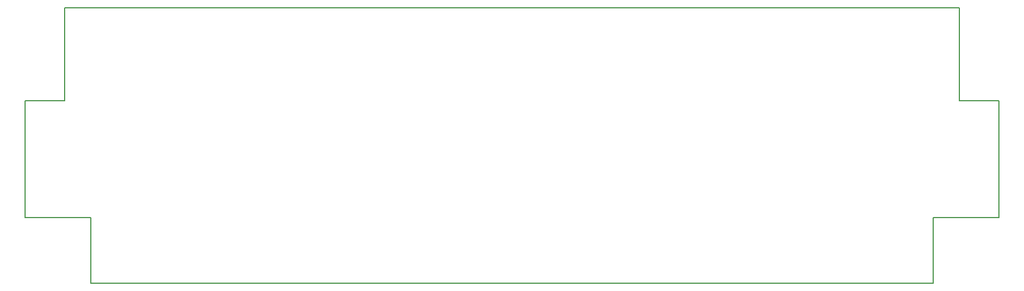
<source format=gbr>
%TF.GenerationSoftware,KiCad,Pcbnew,(5.1.6)-1*%
%TF.CreationDate,2020-11-03T20:56:16+09:00*%
%TF.ProjectId,FlightComputer-Keypad,466c6967-6874-4436-9f6d-70757465722d,rev?*%
%TF.SameCoordinates,Original*%
%TF.FileFunction,Profile,NP*%
%FSLAX46Y46*%
G04 Gerber Fmt 4.6, Leading zero omitted, Abs format (unit mm)*
G04 Created by KiCad (PCBNEW (5.1.6)-1) date 2020-11-03 20:56:16*
%MOMM*%
%LPD*%
G01*
G04 APERTURE LIST*
%TA.AperFunction,Profile*%
%ADD10C,0.200000*%
%TD*%
G04 APERTURE END LIST*
D10*
X218125000Y-79319999D02*
X224125000Y-79319999D01*
X218125000Y-65120000D02*
X218125000Y-79319999D01*
X82125000Y-65120000D02*
X218125000Y-65120000D01*
X82125000Y-79319999D02*
X82125000Y-65120000D01*
X76125000Y-79319999D02*
X82125000Y-79319999D01*
X76125000Y-97100000D02*
X76125000Y-79319999D01*
X86125000Y-97100000D02*
X76125000Y-97100000D01*
X86125000Y-107100000D02*
X86125000Y-97100000D01*
X214125000Y-107100000D02*
X86125000Y-107100000D01*
X214125000Y-97100000D02*
X214125000Y-107100000D01*
X224125000Y-97100000D02*
X214125000Y-97100000D01*
X224125000Y-79319999D02*
X224125000Y-97100000D01*
M02*

</source>
